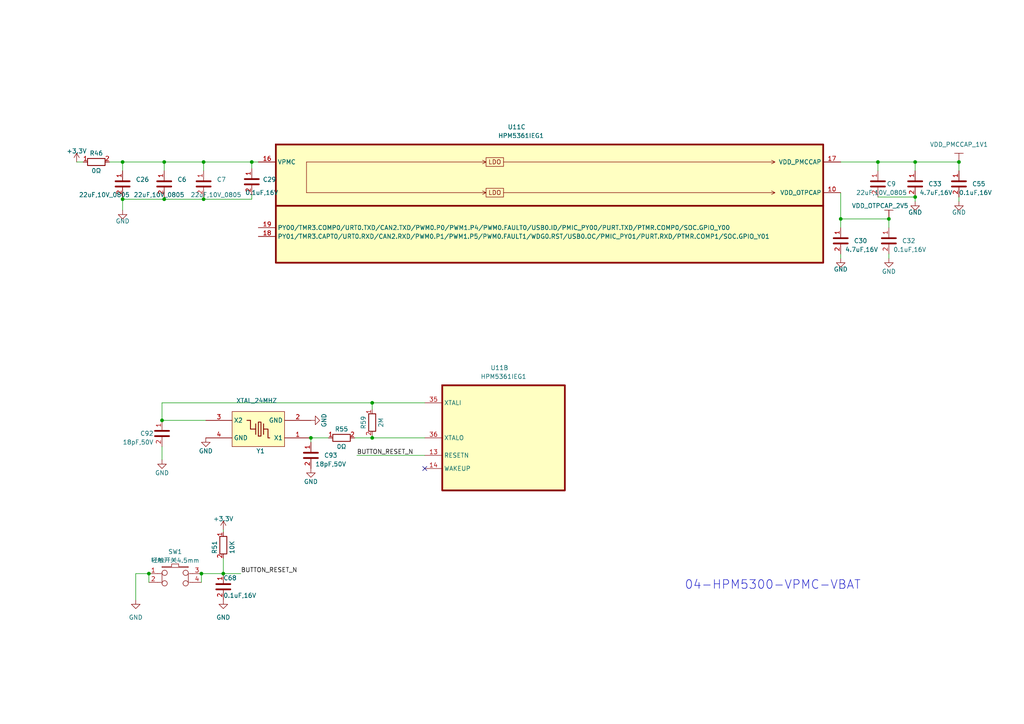
<source format=kicad_sch>
(kicad_sch (version 20230121) (generator eeschema)
  (paper "A4")
  (title_block (title "HPM6750 ADC EVK") (date "2023-5-25") (rev "A"))
  (lib_symbols
    (symbol "0.1uF,16V_2" (pin_names (offset 0.254))
      (property "Reference" "C" (at 0.635 2.54 0))
      (property "Value" "0.1uF,16V_2" (at 0.635 -2.54 0))
      (symbol "0.1uF,16V_2_0_1"
        (polyline (pts (xy -2.032 -0.762) (xy 2.032 -0.762)) (stroke (width 0.508)))
        (polyline (pts (xy -2.032 0.762) (xy 2.032 0.762)) (stroke (width 0.508)))
      )
      (symbol "0.1uF,16V_2_1_1"
        (pin passive line (at 0 3.81 270) (length 2.794) (name "~") (number "1"))
        (pin passive line (at 0 -3.81 90) (length 2.794) (name "~") (number "2"))
      )
    )
    (symbol "0.1uF,16V_3" (pin_names (offset 0.254))
      (property "Reference" "C" (at 0.635 2.54 0))
      (property "Value" "0.1uF,16V_3" (at 0.635 -2.54 0))
      (symbol "0.1uF,16V_3_0_1"
        (polyline (pts (xy -2.032 -0.762) (xy 2.032 -0.762)) (stroke (width 0.508)))
        (polyline (pts (xy -2.032 0.762) (xy 2.032 0.762)) (stroke (width 0.508)))
      )
      (symbol "0.1uF,16V_3_1_1"
        (pin passive line (at 0 3.81 270) (length 2.794) (name "~") (number "1"))
        (pin passive line (at 0 -3.81 90) (length 2.794) (name "~") (number "2"))
      )
    )
    (symbol "0.1uF,16V_4" (pin_names (offset 0.254))
      (property "Reference" "C" (at 0.635 2.54 0))
      (property "Value" "0.1uF,16V_4" (at 0.635 -2.54 0))
      (symbol "0.1uF,16V_4_0_1"
        (polyline (pts (xy -2.032 -0.762) (xy 2.032 -0.762)) (stroke (width 0.508)))
        (polyline (pts (xy -2.032 0.762) (xy 2.032 0.762)) (stroke (width 0.508)))
      )
      (symbol "0.1uF,16V_4_1_1"
        (pin passive line (at 0 3.81 270) (length 2.794) (name "~") (number "1"))
        (pin passive line (at 0 -3.81 90) (length 2.794) (name "~") (number "2"))
      )
    )
    (symbol "00_HPM5300_Library:HPM5361IEG1"
      (property "Reference" "U" (at 1.27 1.27 0))
      (property "Value" "HPM5361IEG1" (at 26.67 1.27 0))
      (property "Footprint" "00_HPM_Library:QFN-48_6x6mm_P0.4mm_EP4.2x4.2mm" (at 19.05 7.62 0))
      (symbol "HPM5361IEG1_1_0"
        (pin power_in line (at 38.1 -21.59 180) (length 2.54) (name "VSS") (number "49"))
      )
      (symbol "HPM5361IEG1_1_1"
        (polyline (pts (xy 0 -44.45) (xy 35.56 -44.45)) (stroke (width 0.508)))
        (polyline (pts (xy 8.89 -6.35) (xy 14.605 -6.35) (xy 14.605 -10.16) (xy 13.97 -9.525) (xy 14.605 -10.16) (xy 15.24 -9.525)))
        (polyline (pts (xy 14.605 -12.7) (xy 14.605 -16.51) (xy 8.89 -16.51) (xy 9.525 -15.875) (xy 8.89 -16.51) (xy 9.525 -17.145)))
        (rectangle (start 0 0) (end 35.56 -60.96) (stroke (width 0.508)) (fill (type background)))
        (rectangle (start 1.27 -5.08) (end 8.89 -7.62))
        (rectangle (start 10.16 -10.16) (end 17.78 -12.7))
        (text "Analog_Domain" (at 11.43 -46.99 0) (effects (font (size 1.778 1.778))))
        (text "DCDC" (at 13.97 -11.43 0) (effects (font (size 1.27 1.27))))
        (text "DCDC_Domain" (at 10.16 -2.54 0) (effects (font (size 1.778 1.778))))
        (text "Internal" (at 5.08 -6.35 0) (effects (font (size 1.27 1.27))))
        (pin power_in line (at -5.08 -16.51 0) (length 5.08) (name "DCDC_LP") (number "15"))
        (pin power_in line (at 40.64 -11.43 180) (length 5.08) (name "VDD_SOC") (number "28"))
        (pin power_in line (at 40.64 -55.88 180) (length 5.08) (name "VREFL") (number "30"))
        (pin power_in line (at 40.64 -49.53 180) (length 5.08) (name "VREFH") (number "31"))
        (pin power_in line (at -5.08 -55.88 0) (length 5.08) (name "VANA") (number "32"))
        (pin power_in line (at 40.64 -13.97 180) (length 5.08) (name "VDD_SOC") (number "33"))
        (pin power_in line (at 40.64 -16.51 180) (length 5.08) (name "VDD_SOC") (number "45"))
        (pin power_in line (at 40.64 -6.35 180) (length 5.08) (name "VDD_SOC") (number "5"))
        (pin power_in line (at 40.64 -8.89 180) (length 5.08) (name "VDD_SOC") (number "9"))
      )
      (symbol "HPM5361IEG1_2_1"
        (rectangle (start 0 0) (end 35.56 -30.48) (stroke (width 0.508)) (fill (type background)))
        (pin input line (at -5.08 -20.32 0) (length 5.08) (name "RESETN") (number "13"))
        (pin input line (at -5.08 -24.13 0) (length 5.08) (name "WAKEUP") (number "14"))
        (pin input line (at -5.08 -5.08 0) (length 5.08) (name "XTALI") (number "35"))
        (pin output line (at -5.08 -15.24 0) (length 5.08) (name "XTALO") (number "36"))
      )
      (symbol "HPM5361IEG1_3_0"
        (polyline (pts (xy 8.89 -13.97) (xy 60.96 -13.97) (xy 59.944 -13.462) (xy 60.96 -13.97) (xy 59.944 -14.478)))
        (polyline (pts (xy 8.89 -5.08) (xy 60.96 -5.08) (xy 59.944 -4.572) (xy 60.96 -5.08) (xy 59.944 -5.588)))
        (polyline (pts (xy 66.04 -13.97) (xy 144.78 -13.97) (xy 143.764 -13.462) (xy 144.78 -13.97) (xy 143.764 -14.478)))
        (polyline (pts (xy 66.04 -5.08) (xy 144.78 -5.08) (xy 143.764 -4.572) (xy 144.78 -5.08) (xy 143.764 -5.588)))
      )
      (symbol "HPM5361IEG1_3_1"
        (polyline (pts (xy 0 -17.78) (xy 158.75 -17.78)) (stroke (width 0.508)))
        (polyline (pts (xy 8.89 -12.7) (xy 8.89 -5.08) (xy 8.89 -13.97)))
        (rectangle (start 0 0) (end 158.75 -34.29) (stroke (width 0.508)) (fill (type background)))
        (rectangle (start 60.96 -12.7) (end 66.04 -15.24))
        (rectangle (start 60.96 -3.81) (end 66.04 -6.35))
        (text "LDO" (at 63.5 -13.97 0) (effects (font (size 1.27 1.27))))
        (text "LDO" (at 63.5 -5.08 0) (effects (font (size 1.27 1.27))))
        (pin power_out line (at 163.83 -13.97 180) (length 5.08) (name "VDD_OTPCAP") (number "10"))
        (pin power_in line (at -5.08 -5.08 0) (length 5.08) (name "VPMC") (number "16"))
        (pin power_out line (at 163.83 -5.08 180) (length 5.08) (name "VDD_PMCCAP") (number "17"))
        (pin bidirectional line (at -5.08 -26.67 0) (length 5.08) (name "PY01/TMR3.CAPT0/URT0.RXD/CAN2.RXD/PWM0.P1/PWM1.P5/PWM0.FAULT1/WDG0.RST/USB0.OC/PMIC_PY01/PURT.RXD/PTMR.COMP1/SOC.GPIO_Y01") (number "18"))
        (pin bidirectional line (at -5.08 -24.13 0) (length 5.08) (name "PY00/TMR3.COMP0/URT0.TXD/CAN2.TXD/PWM0.P0/PWM1.P4/PWM0.FAULT0/USB0.ID/PMIC_PY00/PURT.TXD/PTMR.COMP0/SOC.GPIO_Y00") (number "19"))
      )
      (symbol "HPM5361IEG1_4_1"
        (polyline (pts (xy 0 -13.97) (xy 207.01 -13.97)) (stroke (width 0.5)))
        (rectangle (start 0 0) (end 207.01 -96.52) (stroke (width 0.508)) (fill (type background)))
        (pin bidirectional line (at -5.08 -29.21 0) (length 5.08) (name "PA04/URT1.CTS/SPI0.CS0/CAN1.RXD/PWM0.P0/PWM1.P4/TRGM0.P04/RDC0.EXC_P/QEI1.A/QEO1.A/SEI1.DE/JTAG.TDO") (number "1"))
        (pin bidirectional line (at -5.08 -21.59 0) (length 5.08) (name "PA01/TMR1.CAPT0/URT0.RXD/CAN0.RXD/PWM0.FAULT1/PWM1.P1/TRGM0.P01/ACMP.COMP0") (number "11"))
        (pin bidirectional line (at -5.08 -19.05 0) (length 5.08) (name "PA00/TMR1.COMP0/URT0.TXD/CAN0.TXD/PWM0.FAULT0/PWM1.P0/TRGM0.P00/PWM1.FAULT0") (number "12"))
        (pin bidirectional line (at -5.08 -39.37 0) (length 5.08) (name "PA08/TMR0.COMP1/URT2.TXD/I2C2.SCL/SPI3.CS2/CAN2.TXD/PWM0.P4/PWM0.FAULT0/JTAG.TRST") (number "2"))
        (pin bidirectional line (at -5.08 -90.17 0) (length 5.08) (name "PB15/TMR0.COMP3/URT3.TXD/SPI2.DAT3/CAN3.TXD/PWM0.FAULT1/PWM1.P3/TRGM0.P03/RDC0.EXC_N/QEI0.H0/SEI0.RX/ADC0.IN7/ADC1.IN7/CMP0.INP1/CMP1.INP1/OPA1.INN1") (number "20"))
        (pin bidirectional line (at -5.08 -87.63 0) (length 5.08) (name "PB14/URT3.RXD/SPI2.DAT2/CAN3.RXD/PWM0.FAULT0/PWM1.P2/TRGM0.P02/RDC0.EXC_P/QEI0.Z/QEO1.Z/SEI0.TX/ADC0.IN6/ADC1.IN6/CMP0.INN1/CMP1.INN1/OPA1.INP1") (number "21"))
        (pin bidirectional line (at -5.08 -85.09 0) (length 5.08) (name "PB13/TMR1.COMP3/URT3.DE/URT3.RTS/I2C3.SCL/SPI2.MOSI/CAN3.STBY/PWM1.FAULT1/PWM1.P1/TRGM0.P01/QEI0.B/QEO1.B/SEI0.CK/ADC0.IN5/ADC1.IN5/CMP0.INP2/CMP1.INP2/OPA1.INN0") (number "22"))
        (pin bidirectional line (at -5.08 -82.55 0) (length 5.08) (name "PB12/URT3.CTS/I2C3.SDA/SPI2.MISO/PWM1.FAULT0/PWM1.P0/TRGM0.P00/QEI0.A/QEO1.A/SEI0.DE/ADC0.IN4/ADC1.IN4/CMP0.INN2/CMP1.INN2/OPA1.INP0") (number "23"))
        (pin bidirectional line (at -5.08 -80.01 0) (length 5.08) (name "PB11/URT2.CTS/SPI2.SCLK/ACMP.COMP1/PWM1.P7/QEI0.F/SEI1.RX/ADC0.IN3/ADC1.IN3/CMP0.INN4/CMP1.INN4/OPA0.INN3/OPA1.INN3") (number "24"))
        (pin bidirectional line (at -5.08 -77.47 0) (length 5.08) (name "PB10/TMR0.COMP2/URT2.DE/URT2.RTS/SPI2.CS0/CAN2.STBY/ACMP.COMP0/PWM1.P6/QEI0.H1/QEO1.Z/SEI1.TX/USB0.PWR/ADC0.IN2/ADC1.IN2/CMP0.INP4/CMP1.INP4/OPA0.INP3/OPA1.INP3") (number "25"))
        (pin bidirectional line (at -5.08 -74.93 0) (length 5.08) (name "PB09/TMR0.CAPT1/URT2.RXD/I2C2.SDA/SPI2.CS1/CAN2.RXD/ACMP.COMP1/PWM1.P5/QEI1.F/QEO1.B/SEI1.CK/USB0.OC/ADC0.IN1/ADC1.IN1/DAC1.OUT/CMP0.INP6/CMP1.INP6/OPA0.INN2/OPA1.INN2") (number "26"))
        (pin bidirectional line (at -5.08 -72.39 0) (length 5.08) (name "PB08/TMR0.COMP1/URT2.TXD/I2C2.SCL/SPI2.CS2/CAN2.TXD/ACMP.COMP0/PWM1.P4/QEI1.H1/QEO1.A/SEI1.DE/USB0.ID/ADC0.IN11/ADC1.IN11/DAC0.OUT/CMP0.INN6/CMP1.INN6/OPA0.INP2/OPA1.INP2") (number "27"))
        (pin power_in line (at -5.08 -8.89 0) (length 5.08) (name "VIO_B01") (number "29"))
        (pin bidirectional line (at -5.08 -41.91 0) (length 5.08) (name "PA09/TMR0.CAPT1/URT2.RXD/I2C2.SDA/SPI3.CS1/CAN2.RXD/PWM0.P5/PWM0.FAULT1") (number "3"))
        (pin power_in line (at -5.08 -6.35 0) (length 5.08) (name "VIO_B00") (number "34"))
        (pin bidirectional line (at -5.08 -64.77 0) (length 5.08) (name "PA31/TMR2.COMP3/URT7.TXD/SPI1.DAT3/CAN3.TXD/XPI0.CA_CS0/PWM0.P7/PWM1.P7/TRGM0.P07/QEI0.F/USB0.ID") (number "37"))
        (pin bidirectional line (at -5.08 -62.23 0) (length 5.08) (name "PA30/URT7.RXD/SPI1.DAT2/CAN3.RXD/XPI0.CA_D1/PWM0.P6/PWM1.P6/TRGM0.P06/QEI0.H1/USB0.PWR") (number "38"))
        (pin bidirectional line (at -5.08 -59.69 0) (length 5.08) (name "PA29/TMR3.COMP3/URT7.DE/URT7.RTS/I2C3.SCL/SPI1.MOSI/CAN3.STBY/XPI0.CA_D2/PWM0.P5/PWM1.P5/TRGM0.P05/RDC0.EXC_N/QEI0.H0/SEI0.RX/USB0.OC") (number "39"))
        (pin bidirectional line (at -5.08 -44.45 0) (length 5.08) (name "PA10/TMR0.COMP2/URT2.DE/URT2.RTS/SPI3.CS0/CAN2.STBY/PWM0.P6/PWM1.FAULT0/ACMP.COMP0/QEI1.A/QEO0.A/SEI1.DE") (number "4"))
        (pin bidirectional line (at -5.08 -57.15 0) (length 5.08) (name "PA28/URT7.CTS/I2C3.SDA/SPI1.MISO/XPI0.CA_D0/PWM0.P4/PWM1.P4/TRGM0.P04/RDC0.EXC_P/QEI0.Z/QEO0.Z/SEI0.TX") (number "40"))
        (pin bidirectional line (at -5.08 -54.61 0) (length 5.08) (name "PA27/URT6.CTS/SPI1.SCLK/XPI0.CA_SCLK/PWM0.P3/PWM1.P3/TRGM0.P03/QEI0.B/QEO0.B/SEI0.CK") (number "41"))
        (pin bidirectional line (at -5.08 -52.07 0) (length 5.08) (name "PA26/TMR2.COMP2/URT6.DE/URT6.RTS/SPI1.CS0/CAN2.STBY/XPI0.CA_D3/PWM0.P2/PWM1.P2/TRGM0.P02/QEI0.A/QEO0.A/SEI0.DE") (number "42"))
        (pin bidirectional line (at -5.08 -49.53 0) (length 5.08) (name "PA25/TMR2.CAPT1/URT6.RXD/I2C2.SDA/SPI1.CS1/CAN2.RXD/XPI0.CA_DQS/PWM0.P1/PWM1.P1/TRGM0.P01/QEI0.F") (number "43"))
        (pin bidirectional line (at -5.08 -46.99 0) (length 5.08) (name "PA24/TMR2.COMP1/URT6.TXD/I2C2.SCL/SPI1.CS2/CAN2.TXD/XPI0.CA_CS1/PWM0.P0/PWM1.P0/TRGM0.P00/QEI0.H1") (number "44"))
        (pin bidirectional line (at -5.08 -36.83 0) (length 5.08) (name "PA07/TMR0.COMP0/URT1.TXD/I2C1.SCL/SPI0.MOSI/PWM0.P3/PWM1.P7/TRGM0.P07/QEI1.H0/SEI1.RX/JTAG.TMS") (number "46"))
        (pin bidirectional line (at -5.08 -34.29 0) (length 5.08) (name "PA06/TMR0.CAPT0/URT1.RXD/I2C1.SDA/SPI0.MISO/PWM0.P2/PWM1.P6/TRGM0.P06/QEI1.Z/QEO1.Z/SEI1.TX/JTAG.TCK") (number "47"))
        (pin bidirectional line (at -5.08 -31.75 0) (length 5.08) (name "PA05/TMR1.COMP2/URT1.DE/URT1.RTS/SPI0.SCLK/CAN1.TXD/PWM0.P1/PWM1.P5/TRGM0.P05/RDC0.EXC_N/QEI1.B/QEO1.B/SEI1.CK/JTAG.TDI") (number "48"))
        (pin power_in line (at -5.08 -3.81 0) (length 5.08) (name "VIO_B00") (number "6"))
        (pin bidirectional line (at -5.08 -26.67 0) (length 5.08) (name "PA03/TMR1.CAPT1/URT0.CTS/I2C0.SDA/SPI3.CS3/CAN1.STBY/ACMP.COMP1/PWM1.P3/TRGM0.P03/PWM1.FAULT1/QEI1.H1/ADC0.DBG") (number "7"))
        (pin bidirectional line (at -5.08 -24.13 0) (length 5.08) (name "PA02/TMR1.COMP1/URT0.DE/URT0.RTS/I2C0.SCL/CAN0.STBY/ACMP.COMP0/PWM1.P2/TRGM0.P02/ACMP.COMP1/QEI1.F/ADC1.DBG") (number "8"))
      )
    )
    (symbol "02_HPM_Resis:0Ω" (pin_names (offset 0))
      (property "Reference" "R" (at -3.81 0.635 0))
      (property "Value" "0Ω" (at 5.08 0.635 0))
      (symbol "0Ω_0_1"
        (rectangle (start 2.54 -1.016) (end -2.54 1.016) (stroke (width 0.254)))
      )
      (symbol "0Ω_1_1"
        (pin passive line (at -3.81 0 0) (length 1.27) (name "~") (number "1"))
        (pin passive line (at 3.81 0 180) (length 1.27) (name "~") (number "2"))
      )
    )
    (symbol "03_HPM_CAP:0.1uF,16V" (pin_names (offset 0.254))
      (property "Reference" "C" (at 0.635 2.54 0))
      (property "Value" "0.1uF,16V" (at 0.635 -2.54 0))
      (symbol "0.1uF,16V_0_1"
        (polyline (pts (xy -2.032 -0.762) (xy 2.032 -0.762)) (stroke (width 0.508)))
        (polyline (pts (xy -2.032 0.762) (xy 2.032 0.762)) (stroke (width 0.508)))
      )
      (symbol "0.1uF,16V_1_1"
        (pin passive line (at 0 3.81 270) (length 2.794) (name "~") (number "1"))
        (pin passive line (at 0 -3.81 90) (length 2.794) (name "~") (number "2"))
      )
    )
    (symbol "03_HPM_CAP:4.7uF,10V" (pin_names (offset 0.254))
      (property "Reference" "C" (at 0.635 2.54 0))
      (property "Value" "4.7uF,10V" (at 0.635 -2.54 0))
      (symbol "4.7uF,10V_0_1"
        (polyline (pts (xy -2.032 -0.762) (xy 2.032 -0.762)) (stroke (width 0.508)))
        (polyline (pts (xy -2.032 0.762) (xy 2.032 0.762)) (stroke (width 0.508)))
      )
      (symbol "4.7uF,10V_1_1"
        (pin passive line (at 0 3.81 270) (length 2.794) (name "~") (number "1"))
        (pin passive line (at 0 -3.81 90) (length 2.794) (name "~") (number "2"))
      )
    )
    (symbol "03_HPM_Capacitance:22uF,10V_0805"
      (property "Reference" "C" (at 0 8.89 0))
      (property "Value" "22uF,10V_0805" (at 0 13.97 0))
      (symbol "22uF,10V_0805_0_1"
        (polyline (pts (xy -2.032 -0.762) (xy 2.032 -0.762)) (stroke (width 0.508)))
        (polyline (pts (xy -2.032 0.762) (xy 2.032 0.762)) (stroke (width 0.508)))
      )
      (symbol "22uF,10V_0805_1_1"
        (pin passive line (at 0 3.81 270) (length 2.794) (name "~") (number "1"))
        (pin passive line (at 0 -3.81 90) (length 2.794) (name "~") (number "2"))
      )
    )
    (symbol "05_HPM_Conn:轻触开关6.2mm*6.2mm" (pin_names (offset 1.016) hide)
      (property "Reference" "SW2" (at -0.635 4.445 0))
      (property "Value" "轻触开关4.5mm" (at 0 -5.08 0))
      (symbol "轻触开关6.2mm*6.2mm_1_1"
        (arc (start -3.81 -2.8194) (mid -3.048 -3.5781) (end -2.286 -2.8194))
        (arc (start -3.81 0.2286) (mid -3.048 -0.5301) (end -2.286 0.2286))
        (arc (start -2.286 -2.794) (mid -3.0605 -2.0571) (end -3.81 -2.8194))
        (arc (start -2.286 0.254) (mid -3.0605 0.9909) (end -3.81 0.2286))
        (polyline (pts (xy -5.08 -2.54) (xy -4.064 -2.54)))
        (polyline (pts (xy -5.08 0) (xy -4.064 0)))
        (polyline (pts (xy -3.81 0.254) (xy -3.81 -2.794)))
        (polyline (pts (xy 3.81 -2.794) (xy 3.81 0.254)))
        (polyline (pts (xy 5.08 -2.54) (xy 4.064 -2.54)))
        (polyline (pts (xy 5.08 0) (xy 4.064 0)))
        (polyline (pts (xy -3.81 2.032) (xy -3.81 1.778) (xy -3.81 1.778) (xy 3.81 1.778) (xy 3.81 1.778) (xy 3.81 2.032) (xy 3.81 2.032) (xy 1.016 2.032) (xy 1.016 2.032) (xy 1.016 2.794) (xy 1.016 2.794) (xy -1.016 2.794) (xy -1.016 2.794) (xy -1.016 2.032) (xy -1.016 2.032) (xy -3.81 2.032)))
        (arc (start 2.286 -2.8194) (mid 3.048 -3.5781) (end 3.81 -2.8194))
        (arc (start 2.286 0.2286) (mid 3.048 -0.5301) (end 3.81 0.2286))
        (arc (start 3.81 -2.794) (mid 3.0355 -2.0568) (end 2.286 -2.8194))
        (arc (start 3.81 0.254) (mid 3.0355 0.9912) (end 2.286 0.2286))
        (pin input line (at -7.62 0 0) (length 2.54) (name "1") (number "1"))
        (pin input line (at -7.62 -2.54 0) (length 2.54) (name "2") (number "2"))
        (pin input line (at 7.62 0 180) (length 2.54) (name "3") (number "3"))
        (pin input line (at 7.62 -2.54 180) (length 2.54) (name "4") (number "4"))
      )
    )
    (symbol "07_HPM_L:XTAL_24MHZ "
      (property "Reference" "X" (at 7.62 1.905 0))
      (property "Value" "XTAL_24MHZ " (at 15.875 -14.605 0))
      (property "Field4" " X1E0000210129" (at 14.605 -12.065 0))
      (symbol "XTAL_24MHZ _1_0"
        (polyline (pts (xy 12.954 -2.54) (xy 11.938 -2.54)) (stroke (width 0.254)))
        (polyline (pts (xy 14.478 -6.604) (xy 14.478 -3.556)) (stroke (width 0.254)))
        (polyline (pts (xy 16.764 -6.604) (xy 16.764 -3.556)) (stroke (width 0.254)))
        (polyline (pts (xy 14.478 -5.08) (xy 12.954 -5.08) (xy 12.954 -2.54)) (stroke (width 0.254)))
        (polyline (pts (xy 16.764 -5.08) (xy 18.034 -5.08) (xy 18.034 -7.62) (xy 18.542 -7.62)) (stroke (width 0.254)))
        (polyline (pts (xy 15.24 -7.112) (xy 16.002 -7.112) (xy 16.002 -3.048) (xy 15.24 -3.048) (xy 15.24 -7.112)) (stroke (width 0.254)))
        (rectangle (start 22.86 0) (end 7.62 -10.16) (fill (type background)))
        (pin passive line (at 30.48 -7.62 180) (length 7.62) (name "X1") (number "1"))
        (pin passive line (at 30.48 -2.54 180) (length 7.62) (name "GND") (number "2"))
        (pin passive line (at 0 -2.54 0) (length 7.62) (name "X2") (number "3"))
        (pin passive line (at 0 -7.62 0) (length 7.62) (name "GND") (number "4"))
      )
    )
    (symbol "0Ω_1" (pin_names (offset 0))
      (property "Reference" "R" (at -3.81 0.635 0))
      (property "Value" "0Ω_1" (at 5.08 0.635 0))
      (symbol "0Ω_1_0_1"
        (rectangle (start 2.54 -1.016) (end -2.54 1.016) (stroke (width 0.254)))
      )
      (symbol "0Ω_1_1_1"
        (pin passive line (at -3.81 0 0) (length 1.27) (name "~") (number "1"))
        (pin passive line (at 3.81 0 180) (length 1.27) (name "~") (number "2"))
      )
    )
    (symbol "0Ω_6" (pin_names (offset 0))
      (property "Reference" "R" (at -3.81 0.635 0))
      (property "Value" "0Ω_6" (at 5.08 0.635 0))
      (symbol "0Ω_6_0_1"
        (rectangle (start 2.54 -1.016) (end -2.54 1.016) (stroke (width 0.254)))
      )
      (symbol "0Ω_6_1_1"
        (pin passive line (at -3.81 0 0) (length 1.27) (name "~") (number "1"))
        (pin passive line (at 3.81 0 180) (length 1.27) (name "~") (number "2"))
      )
    )
    (symbol "4.7uF,10V_1" (pin_names (offset 0.254))
      (property "Reference" "C" (at 0.635 2.54 0))
      (property "Value" "4.7uF,10V_1" (at 0.635 -2.54 0))
      (symbol "4.7uF,10V_1_0_1"
        (polyline (pts (xy -2.032 -0.762) (xy 2.032 -0.762)) (stroke (width 0.508)))
        (polyline (pts (xy -2.032 0.762) (xy 2.032 0.762)) (stroke (width 0.508)))
      )
      (symbol "4.7uF,10V_1_1_1"
        (pin passive line (at 0 3.81 270) (length 2.794) (name "~") (number "1"))
        (pin passive line (at 0 -3.81 90) (length 2.794) (name "~") (number "2"))
      )
    )
    (symbol "4.7uF,10V_3" (pin_names (offset 0.254))
      (property "Reference" "C" (at 0.635 2.54 0))
      (property "Value" "4.7uF,10V_3" (at 0.635 -2.54 0))
      (symbol "4.7uF,10V_3_0_1"
        (polyline (pts (xy -2.032 -0.762) (xy 2.032 -0.762)) (stroke (width 0.508)))
        (polyline (pts (xy -2.032 0.762) (xy 2.032 0.762)) (stroke (width 0.508)))
      )
      (symbol "4.7uF,10V_3_1_1"
        (pin passive line (at 0 3.81 270) (length 2.794) (name "~") (number "1"))
        (pin passive line (at 0 -3.81 90) (length 2.794) (name "~") (number "2"))
      )
    )
    (symbol "4.7uF,10V_4" (pin_names (offset 0.254))
      (property "Reference" "C" (at 0.635 2.54 0))
      (property "Value" "4.7uF,10V_4" (at 0.635 -2.54 0))
      (symbol "4.7uF,10V_4_0_1"
        (polyline (pts (xy -2.032 -0.762) (xy 2.032 -0.762)) (stroke (width 0.508)))
        (polyline (pts (xy -2.032 0.762) (xy 2.032 0.762)) (stroke (width 0.508)))
      )
      (symbol "4.7uF,10V_4_1_1"
        (pin passive line (at 0 3.81 270) (length 2.794) (name "~") (number "1"))
        (pin passive line (at 0 -3.81 90) (length 2.794) (name "~") (number "2"))
      )
    )
    (symbol "VDD_PMCCAP_1V1_1" (power) (pin_numbers hide) (pin_names (offset 0) hide) (in_bom no) (on_board no)
      (property "Value" "VDD_PMCCAP_1V1_1" (at 0 5.08 0))
      (symbol "VDD_PMCCAP_1V1_1_0_1"
        (polyline (pts (xy -1.27 2.54) (xy 1.27 2.54)))
      )
      (symbol "VDD_PMCCAP_1V1_1_1_1"
        (pin power_in line (at 0 0 90) (length 2.54) (name "VDD_PMCCAP_1V1") (number "1"))
      )
    )
    (symbol "hpm_power:VDD_OTPCAP_2V5" (power) (pin_numbers hide) (pin_names (offset 0) hide) (in_bom no) (on_board no)
      (property "Value" "VDD_OTPCAP_2V5" (at 0 5.08 0))
      (symbol "VDD_OTPCAP_2V5_0_1"
        (polyline (pts (xy -1.27 2.54) (xy 1.27 2.54)))
      )
      (symbol "VDD_OTPCAP_2V5_1_1"
        (pin power_in line (at 0 0 90) (length 2.54) (name "VDD_OTPCAP_2V5") (number "1"))
      )
    )
    (symbol "power:+3.3V" (power) (pin_names (offset 0))
      (property "Value" "+3.3V" (at 0 3.556 0))
      (symbol "+3.3V_0_1"
        (polyline (pts (xy -0.762 1.27) (xy 0 2.54)))
        (polyline (pts (xy 0 0) (xy 0 2.54)))
        (polyline (pts (xy 0 2.54) (xy 0.762 1.27)))
      )
      (symbol "+3.3V_1_1"
        (pin power_in line (at 0 0 90) (length 0) hide (name "+3.3V") (number "1"))
      )
    )
    (symbol "power:GND" (power) (pin_names (offset 0))
      (property "Value" "GND" (at 0 -3.81 0))
      (symbol "GND_0_1"
        (polyline (pts (xy 0 0) (xy 0 -1.27) (xy 1.27 -1.27) (xy 0 -2.54) (xy -1.27 -1.27) (xy 0 -1.27)))
      )
      (symbol "GND_1_1"
        (pin power_in line (at 0 0 270) (length 0) hide (name "GND") (number "1"))
      )
    )
  )
  (junction (at 90.17 127))
  (junction (at 107.95 116.84))
  (junction (at 43.18 166.37))
  (junction (at 59.055 46.99))
  (junction (at 73.025 46.99))
  (junction (at 47.625 46.99))
  (junction (at 59.055 57.785))
  (junction (at 243.84 63.5))
  (junction (at 278.13 46.99))
  (junction (at 47.625 57.785))
  (junction (at 58.42 166.37))
  (junction (at 254.635 46.99))
  (junction (at 46.99 121.92))
  (junction (at 107.95 127))
  (junction (at 265.43 57.15))
  (junction (at 257.81 63.5))
  (junction (at 64.77 166.37))
  (junction (at 35.56 57.785))
  (junction (at 35.56 46.99))
  (junction (at 265.43 46.99))
  (no_connect (at 123.19 135.89))
  (wire (pts (xy 43.18 166.37) (xy 43.18 168.91)))
  (wire (pts (xy 254.635 57.15) (xy 265.43 57.15)))
  (wire (pts (xy 107.95 116.84) (xy 123.19 116.84)))
  (wire (pts (xy 107.95 116.84) (xy 107.95 118.745)))
  (wire (pts (xy 35.56 57.785) (xy 35.56 57.15)))
  (wire (pts (xy 254.635 46.99) (xy 254.635 49.53)))
  (wire (pts (xy 278.13 57.15) (xy 278.13 58.42)))
  (wire (pts (xy 22.225 46.99) (xy 24.13 46.99)))
  (wire (pts (xy 90.17 127) (xy 90.17 128.27)))
  (wire (pts (xy 39.37 166.37) (xy 39.37 173.99)))
  (wire (pts (xy 243.84 63.5) (xy 257.81 63.5)))
  (wire (pts (xy 102.87 127) (xy 107.95 127)))
  (wire (pts (xy 278.13 46.99) (xy 278.13 49.53)))
  (wire (pts (xy 35.56 46.99) (xy 47.625 46.99)))
  (wire (pts (xy 257.81 66.04) (xy 257.81 63.5)))
  (wire (pts (xy 265.43 46.99) (xy 278.13 46.99)))
  (wire (pts (xy 103.505 132.08) (xy 123.19 132.08)))
  (wire (pts (xy 58.42 166.37) (xy 58.42 168.91)))
  (wire (pts (xy 47.625 57.785) (xy 47.625 57.15)))
  (wire (pts (xy 243.84 63.5) (xy 243.84 66.04)))
  (wire (pts (xy 46.99 116.84) (xy 46.99 121.92)))
  (wire (pts (xy 59.055 57.15) (xy 59.055 57.785)))
  (wire (pts (xy 35.56 57.785) (xy 35.56 60.96)))
  (wire (pts (xy 265.43 46.99) (xy 265.43 49.53)))
  (wire (pts (xy 39.37 166.37) (xy 43.18 166.37)))
  (wire (pts (xy 64.77 161.925) (xy 64.77 166.37)))
  (wire (pts (xy 46.99 129.54) (xy 46.99 133.35)))
  (wire (pts (xy 35.56 57.785) (xy 47.625 57.785)))
  (wire (pts (xy 47.625 46.99) (xy 59.055 46.99)))
  (wire (pts (xy 73.025 57.785) (xy 73.025 56.515)))
  (wire (pts (xy 254.635 46.99) (xy 265.43 46.99)))
  (wire (pts (xy 73.025 46.99) (xy 74.93 46.99)))
  (wire (pts (xy 243.84 46.99) (xy 254.635 46.99)))
  (wire (pts (xy 58.42 166.37) (xy 64.77 166.37)))
  (wire (pts (xy 59.055 57.785) (xy 73.025 57.785)))
  (wire (pts (xy 35.56 49.53) (xy 35.56 46.99)))
  (wire (pts (xy 73.025 46.99) (xy 73.025 48.895)))
  (wire (pts (xy 243.84 73.66) (xy 243.84 74.93)))
  (wire (pts (xy 46.99 116.84) (xy 107.95 116.84)))
  (wire (pts (xy 47.625 49.53) (xy 47.625 46.99)))
  (wire (pts (xy 107.95 127) (xy 123.19 127)))
  (wire (pts (xy 243.84 55.88) (xy 243.84 63.5)))
  (wire (pts (xy 64.77 153.67) (xy 64.77 154.305)))
  (wire (pts (xy 64.77 166.37) (xy 69.85 166.37)))
  (wire (pts (xy 95.25 127) (xy 90.17 127)))
  (wire (pts (xy 265.43 57.15) (xy 265.43 58.42)))
  (wire (pts (xy 46.99 121.92) (xy 59.69 121.92)))
  (wire (pts (xy 59.055 49.53) (xy 59.055 46.99)))
  (wire (pts (xy 47.625 57.785) (xy 59.055 57.785)))
  (wire (pts (xy 31.75 46.99) (xy 35.56 46.99)))
  (wire (pts (xy 257.81 73.66) (xy 257.81 74.93)))
  (wire (pts (xy 59.055 46.99) (xy 73.025 46.99)))
  (wire (pts (xy 107.95 126.365) (xy 107.95 127)))
  (text "04-HPM5300-VPMC-VBAT" (at 198.5264 171.2214 0) (effects (font (size 2.54 2.54)) (justify left bottom)))
  (label "BUTTON_RESET_N" (at 103.505 132.08 0))
  (label "BUTTON_RESET_N" (at 69.85 166.37 0))
  (symbol (lib_id "power:GND") (at 35.56 60.96 0) (unit 1)
    (property "Reference" "#PWR065" (effects hide))
    (property "Value" "GND" (at 35.56 64.135 0))
    (instances (project "HPM5300_ADC_EVK_RevB" (path "" (reference "#PWR065") (unit 1))) (project "EVK_REVC" (path "" (reference "#PWR0168") (unit 1))))
  )
  (symbol (lib_id "03_HPM_Capacitance:22uF,10V_0805") (at 47.625 53.34 0) (unit 1)
    (property "Reference" "C6" (at 51.435 52.07 0) (effects (justify left)))
    (property "Value" "22uF,10V_0805" (at 38.735 56.515 0) (effects (justify left)))
    (property "Footprint" "03_HPM_Capacitance:C_0805_2012Metric" (effects hide))
    (property "Model" " CL21A226MPQNNNE" (effects hide))
    (property "Company" " SAMSUNG(三星) " (effects hide))
  )
  (symbol (lib_name "0.1uF,16V_3") (lib_id "03_HPM_CAP:0.1uF,16V") (at 257.81 69.85 0) (unit 1)
    (property "Reference" "C32" (at 261.62 69.85 0) (effects (justify left)))
    (property "Value" "0.1uF,16V" (at 259.08 72.39 0) (effects (justify left)))
    (property "Footprint" "03_HPM_CAP:C_0402_1005Metric" (effects hide))
    (instances (project "HPM5300_ADC_EVK_RevB" (path "" (reference "C32") (unit 1))) (project "EVK_REVC" (path "" (reference "C42") (unit 1))))
  )
  (symbol (lib_id "03_HPM_CAP:4.7uF,10V") (at 265.43 53.34 0) (unit 1)
    (property "Reference" "C33" (at 269.24 53.34 0) (effects (justify left)))
    (property "Value" "4.7uF,16V" (at 266.7 55.88 0) (effects (justify left)))
    (property "Footprint" "03_HPM_CAP:C_0402_1005Metric" (effects hide))
    (instances (project "HPM5300_ADC_EVK_RevB" (path "" (reference "C33") (unit 1))) (project "EVK_REVC" (path "" (reference "C39") (unit 1))))
  )
  (symbol (lib_id "power:GND") (at 64.77 173.99 0) (unit 1)
    (property "Reference" "#PWR0132" (effects hide))
    (property "Value" "GND" (at 64.77 179.07 0))
    (instances (project "HPM5300_ADC_EVK_RevB" (path "" (reference "#PWR0132") (unit 1))) (project "EVK_REVC" (path "" (reference "#PWR0205") (unit 1))))
  )
  (symbol (lib_id "power:GND") (at 257.81 74.93 0) (unit 1)
    (property "Reference" "#PWR068" (effects hide))
    (property "Value" "GND" (at 257.81 78.74 0))
    (instances (project "HPM5300_ADC_EVK_RevB" (path "" (reference "#PWR068") (unit 1))) (project "EVK_REVC" (path "" (reference "#PWR0160") (unit 1))))
  )
  (symbol (lib_name "0.1uF,16V_4") (lib_id "03_HPM_CAP:0.1uF,16V") (at 278.13 53.34 0) (unit 1)
    (property "Reference" "C55" (at 281.94 53.34 0) (effects (justify left)))
    (property "Value" "0.1uF,16V" (at 278.13 55.88 0) (effects (justify left)))
    (property "Footprint" "03_HPM_CAP:C_0402_1005Metric" (effects hide))
    (instances (project "HPM5300_ADC_EVK_RevB" (path "" (reference "C55") (unit 1))) (project "EVK_REVC" (path "" (reference "C40") (unit 1))))
  )
  (symbol (lib_name "0Ω_6") (lib_id "02_HPM_Resis:0Ω") (at 107.95 122.555 270) (unit 1)
    (property "Reference" "R59" (at 105.41 122.555 0))
    (property "Value" "2M" (at 110.49 122.555 0))
    (property "Footprint" "02_HPM_Resis:R_0402_1005Metric" (effects hide))
    (instances (project "HPM5300_ADC_EVK_RevB" (path "" (reference "R59") (unit 1)) (path "" (reference "R56") (unit 1))) (project "EVK_REVC" (path "" (reference "R5") (unit 1))))
  )
  (symbol (lib_id "power:GND") (at 90.17 135.89 0) (unit 1)
    (property "Reference" "#PWR0158" (effects hide))
    (property "Value" "GND" (at 90.17 139.7 0))
    (instances (project "HPM5300_ADC_EVK_RevB" (path "" (reference "#PWR0158") (unit 1)) (path "" (reference "#PWR0128") (unit 1))) (project "EVK_REVC" (path "" (reference "#PWR0104") (unit 1))))
  )
  (symbol (lib_id "00_HPM5300_Library:HPM5361IEG1") (at 128.27 111.76 0) (unit 2)
    (property "Reference" "U11" (at 142.24 106.68 0) (effects (justify left)))
    (property "Value" "HPM5361IEG1" (at 146.05 109.22 0))
    (property "Footprint" "00_HPM_Library:QFN-48_6x6mm_P0.4mm_EP4.2x4.2mm" (effects hide))
  )
  (symbol (lib_id "power:GND") (at 265.43 58.42 0) (unit 1)
    (property "Reference" "#PWR080" (effects hide))
    (property "Value" "GND" (at 265.43 61.595 0))
    (instances (project "HPM5300_ADC_EVK_RevB" (path "" (reference "#PWR080") (unit 1))) (project "EVK_REVC" (path "" (reference "#PWR0159") (unit 1))))
  )
  (symbol (lib_id "03_HPM_Capacitance:22uF,10V_0805") (at 254.635 53.34 0) (unit 1)
    (property "Reference" "C9" (at 257.175 53.34 0) (effects (justify left)))
    (property "Value" "22uF,10V_0805" (at 248.285 55.88 0) (effects (justify left)))
    (property "Footprint" "03_HPM_Capacitance:C_0805_2012Metric" (effects hide))
    (property "Model" " CL21A226MPQNNNE" (effects hide))
    (property "Company" " SAMSUNG(三星) " (effects hide))
  )
  (symbol (lib_id "power:+3.3V") (at 22.225 46.99 0) (unit 1)
    (property "Reference" "#PWR076" (effects hide))
    (property "Value" "+3.3V" (at 22.225 43.815 0))
    (instances (project "HPM5300_ADC_EVK_RevB" (path "" (reference "#PWR076") (unit 1)) (path "" (reference "#PWR025") (unit 1))))
  )
  (symbol (lib_id "power:GND") (at 59.69 127 0) (unit 1)
    (property "Reference" "#PWR0156" (effects hide))
    (property "Value" "GND" (at 59.69 130.81 0))
    (instances (project "HPM5300_ADC_EVK_RevB" (path "" (reference "#PWR0156") (unit 1)) (path "" (reference "#PWR0126") (unit 1))) (project "EVK_REVC" (path "" (reference "#PWR0105") (unit 1))))
  )
  (symbol (lib_name "4.7uF,10V_4") (lib_id "03_HPM_CAP:4.7uF,10V") (at 90.17 132.08 0) (unit 1)
    (property "Reference" "C93" (at 93.98 132.08 0) (effects (justify left)))
    (property "Value" "18pF,50V" (at 91.44 134.62 0) (effects (justify left)))
    (property "Footprint" "03_HPM_CAP:C_0402_1005Metric" (effects hide))
    (instances (project "HPM5300_ADC_EVK_RevB" (path "" (reference "C93") (unit 1)) (path "" (reference "C71") (unit 1))) (project "EVK_REVC" (path "" (reference "C28") (unit 1))))
  )
  (symbol (lib_id "power:+3.3V") (at 64.77 153.67 0) (unit 1)
    (property "Reference" "#PWR076" (effects hide))
    (property "Value" "+3.3V" (at 64.77 150.495 0))
    (instances (project "HPM5300_ADC_EVK_RevB" (path "" (reference "#PWR076") (unit 1)) (path "" (reference "#PWR026") (unit 1))))
  )
  (symbol (lib_name "0Ω_1") (lib_id "02_HPM_Resis:0Ω") (at 99.06 127 0) (unit 1)
    (property "Reference" "R55" (at 99.06 124.46 0))
    (property "Value" "0Ω" (at 99.06 129.54 0))
    (property "Footprint" "02_HPM_Resis:R_0402_1005Metric" (effects hide))
  )
  (symbol (lib_id "power:GND") (at 243.84 74.93 0) (unit 1)
    (property "Reference" "#PWR066" (effects hide))
    (property "Value" "GND" (at 243.84 78.105 0))
    (instances (project "HPM5300_ADC_EVK_RevB" (path "" (reference "#PWR066") (unit 1))) (project "EVK_REVC" (path "" (reference "#PWR0161") (unit 1))))
  )
  (symbol (lib_name "4.7uF,10V_1") (lib_id "03_HPM_CAP:4.7uF,10V") (at 243.84 69.85 0) (unit 1)
    (property "Reference" "C30" (at 247.65 69.85 0) (effects (justify left)))
    (property "Value" "4.7uF,16V" (at 245.11 72.39 0) (effects (justify left)))
    (property "Footprint" "03_HPM_CAP:C_0402_1005Metric" (effects hide))
    (instances (project "HPM5300_ADC_EVK_RevB" (path "" (reference "C30") (unit 1))) (project "EVK_REVC" (path "" (reference "C41") (unit 1))))
  )
  (symbol (lib_id "03_HPM_Capacitance:22uF,10V_0805") (at 59.055 53.34 0) (unit 1)
    (property "Reference" "C7" (at 62.865 52.07 0) (effects (justify left)))
    (property "Value" "22uF,10V_0805" (at 55.245 56.515 0) (effects (justify left)))
    (property "Footprint" "03_HPM_Capacitance:C_0805_2012Metric" (effects hide))
    (property "Model" " CL21A226MPQNNNE" (effects hide))
    (property "Company" " SAMSUNG(三星) " (effects hide))
  )
  (symbol (lib_name "4.7uF,10V_3") (lib_id "03_HPM_CAP:4.7uF,10V") (at 46.99 125.73 0) (unit 1)
    (property "Reference" "C92" (at 40.64 125.73 0) (effects (justify left)))
    (property "Value" "18pF,50V" (at 35.56 128.27 0) (effects (justify left)))
    (property "Footprint" "03_HPM_CAP:C_0402_1005Metric" (effects hide))
    (instances (project "HPM5300_ADC_EVK_RevB" (path "" (reference "C92") (unit 1)) (path "" (reference "C69") (unit 1))) (project "EVK_REVC" (path "" (reference "C23") (unit 1))))
  )
  (symbol (lib_id "power:GND") (at 278.13 58.42 0) (unit 1)
    (property "Reference" "#PWR088" (effects hide))
    (property "Value" "GND" (at 278.13 61.595 0))
    (instances (project "HPM5300_ADC_EVK_RevB" (path "" (reference "#PWR088") (unit 1))) (project "EVK_REVC" (path "" (reference "#PWR0163") (unit 1))))
  )
  (symbol (lib_id "00_HPM5300_Library:HPM5361IEG1") (at 80.01 41.91 0) (unit 3)
    (property "Reference" "U11" (at 149.86 36.83 0))
    (property "Value" "HPM5361IEG1" (at 151.13 39.37 0))
    (property "Footprint" "00_HPM_Library:QFN-48_6x6mm_P0.4mm_EP4.2x4.2mm" (effects hide))
  )
  (symbol (lib_id "power:GND") (at 39.37 173.99 0) (unit 1)
    (property "Reference" "#PWR0130" (effects hide))
    (property "Value" "GND" (at 39.37 179.07 0))
    (instances (project "HPM5300_ADC_EVK_RevB" (path "" (reference "#PWR0130") (unit 1))) (project "EVK_REVC" (path "" (reference "#PWR0206") (unit 1))))
  )
  (symbol (lib_id "power:GND") (at 46.99 133.35 0) (unit 1)
    (property "Reference" "#PWR0156" (effects hide))
    (property "Value" "GND" (at 46.99 137.16 0))
    (instances (project "HPM5300_ADC_EVK_RevB" (path "" (reference "#PWR0156") (unit 1)) (path "" (reference "#PWR073") (unit 1))) (project "EVK_REVC" (path "" (reference "#PWR0105") (unit 1))))
  )
  (symbol (lib_id "03_HPM_Capacitance:22uF,10V_0805") (at 35.56 53.34 0) (unit 1)
    (property "Reference" "C26" (at 39.37 52.07 0) (effects (justify left)))
    (property "Value" "22uF,10V_0805" (at 22.86 56.515 0) (effects (justify left)))
    (property "Footprint" "03_HPM_Capacitance:C_0805_2012Metric" (effects hide))
    (property "Model" " CL21A226MPQNNNE" (effects hide))
    (property "Company" " SAMSUNG(三星) " (effects hide))
  )
  (symbol (lib_id "05_HPM_Conn:轻触开关6.2mm*6.2mm") (at 50.8 166.37 0) (unit 1)
    (property "Reference" "SW1" (at 50.8 160.02 0))
    (property "Value" "轻触开关4.5mm" (at 50.8 162.56 0))
    (property "Footprint" "05_HPM_Conn:KEY-SMD_4P-L4.5-W4.5" (effects hide))
    (property "SuppliersPartNumber" "C221747" (effects hide))
  )
  (symbol (lib_name "VDD_PMCCAP_1V1_1") (lib_id "hpm_power:VDD_PMCCAP_1V1") (at 278.13 46.99 0) (unit 1) (in_bom no) (on_board no)
    (property "Reference" "#PWR087" (effects hide))
    (property "Value" "VDD_PMCCAP_1V1" (at 278.13 41.91 0))
    (instances (project "HPM5300_ADC_EVK_RevB" (path "" (reference "#PWR087") (unit 1))) (project "EVK_REVC" (path "" (reference "#PWR0162") (unit 1))))
  )
  (symbol (lib_id "hpm_power:VDD_OTPCAP_2V5") (at 257.81 63.5 0) (unit 1) (in_bom no) (on_board no)
    (property "Reference" "#PWR067" (effects hide))
    (property "Value" "VDD_OTPCAP_2V5" (at 255.27 59.69 0))
    (instances (project "HPM5300_ADC_EVK_RevB" (path "" (reference "#PWR067") (unit 1))) (project "EVK_REVC" (path "" (reference "#PWR0164") (unit 1))))
  )
  (symbol (lib_id "03_HPM_CAP:0.1uF,16V") (at 64.77 170.18 0) (unit 1)
    (property "Reference" "C68" (at 64.77 167.64 0) (effects (justify left)))
    (property "Value" "0.1uF,16V" (at 64.77 172.72 0) (effects (justify left)))
    (property "Footprint" "03_HPM_CAP:C_0402_1005Metric" (effects hide))
    (instances (project "HPM5300_ADC_EVK_RevB" (path "" (reference "C68") (unit 1))) (project "EVK_REVC" (path "" (reference "C36") (unit 1))))
  )
  (symbol (lib_id "07_HPM_L:XTAL_24MHZ ") (at 59.69 119.38 0) (unit 1)
    (property "Reference" "Y1" (at 75.565 130.81 0))
    (property "Value" "XTAL_24MHZ " (at 74.93 116.205 0))
    (property "Footprint" "Crystal:Crystal_SMD_3225-4Pin_3.2x2.5mm" (effects hide))
  )
  (symbol (lib_id "02_HPM_Resis:0Ω") (at 64.77 158.115 270) (unit 1)
    (property "Reference" "R51" (at 62.23 158.75 0))
    (property "Value" "10K" (at 67.31 158.75 0))
    (property "Footprint" "02_HPM_Resis:R_0402_1005Metric" (effects hide))
    (instances (project "HPM5300_ADC_EVK_RevB" (path "" (reference "R51") (unit 1))) (project "EVK_REVC" (path "" (reference "R10") (unit 1))))
  )
  (symbol (lib_id "power:GND") (at 90.17 121.92 90) (mirror x) (unit 1)
    (property "Reference" "#PWR0157" (effects hide))
    (property "Value" "GND" (at 93.98 121.92 0))
    (instances (project "HPM5300_ADC_EVK_RevB" (path "" (reference "#PWR0157") (unit 1)) (path "" (reference "#PWR0127") (unit 1))) (project "EVK_REVC" (path "" (reference "#PWR0103") (unit 1))))
  )
  (symbol (lib_name "0Ω_1") (lib_id "02_HPM_Resis:0Ω") (at 27.94 46.99 0) (unit 1)
    (property "Reference" "R46" (at 27.94 44.45 0))
    (property "Value" "0Ω" (at 27.94 49.53 0))
    (property "Footprint" "02_HPM_Resis:R_0603_1608Metric" (effects hide))
    (instances (project "HPM5300_ADC_EVK_RevB" (path "" (reference "R46") (unit 1))) (project "EVK_REVC" (path "" (reference "R446") (unit 1))))
  )
  (symbol (lib_name "0.1uF,16V_2") (lib_id "03_HPM_CAP:0.1uF,16V") (at 73.025 52.705 0) (unit 1)
    (property "Reference" "C29" (at 76.2 52.07 0) (effects (justify left)))
    (property "Value" "0.1uF,16V" (at 71.12 55.88 0) (effects (justify left)))
    (property "Footprint" "03_HPM_CAP:C_0402_1005Metric" (effects hide))
    (instances (project "HPM5300_ADC_EVK_RevB" (path "" (reference "C29") (unit 1))) (project "EVK_REVC" (path "" (reference "C38") (unit 1))))
  )
)
</source>
